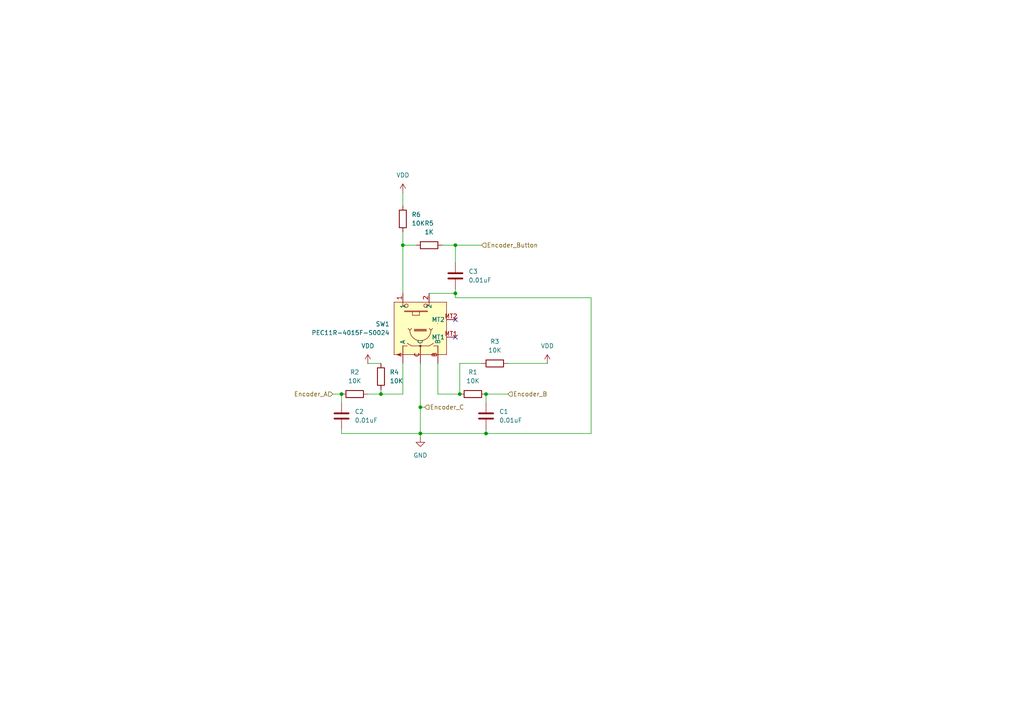
<source format=kicad_sch>
(kicad_sch (version 20231120) (generator "eeschema") (generator_version "8.0")
  (paper "A4")
  (lib_symbols
    (symbol "Device:C" (pin_numbers hide) (pin_names (offset 0.254))
      (property "Reference" "C" (at 0.635 2.54 0))
      (property "Value" "C" (at 0.635 -2.54 0))
      (symbol "C_0_1"
        (polyline (pts (xy -2.032 -0.762) (xy 2.032 -0.762)) (stroke (width 0.508)))
        (polyline (pts (xy -2.032 0.762) (xy 2.032 0.762)) (stroke (width 0.508)))
      )
      (symbol "C_1_1"
        (pin passive line (at 0 3.81 270) (length 2.794) (name "~") (number "1"))
        (pin passive line (at 0 -3.81 90) (length 2.794) (name "~") (number "2"))
      )
    )
    (symbol "Device:R" (pin_numbers hide) (pin_names (offset 0))
      (property "Reference" "R" (at 2.032 0 90))
      (property "Value" "R" (at 0 0 90))
      (symbol "R_0_1"
        (rectangle (start -1.016 -2.54) (end 1.016 2.54) (stroke (width 0.254)))
      )
      (symbol "R_1_1"
        (pin passive line (at 0 3.81 270) (length 1.27) (name "~") (number "1"))
        (pin passive line (at 0 -3.81 90) (length 1.27) (name "~") (number "2"))
      )
    )
    (symbol "easyeda2kicad:PEC11R-4015F-S0024"
      (property "Reference" "SW" (at 0 12.7 0))
      (property "Value" "PEC11R-4015F-S0024" (at 0 -12.7 0))
      (symbol "PEC11R-4015F-S0024_0_1"
        (rectangle (start -7.62 10.16) (end 7.62 -5.08) (fill (type background)))
        (circle (center -5.08 2.54) (radius 0.25))
        (arc (start -0.51 5.59) (mid -3.557 2.54) (end -0.51 -0.51))
        (polyline (pts (xy -5.08 -2.54) (xy -5.08 -1.27)))
        (polyline (pts (xy -5.08 0) (xy -4.32 -1.27)))
        (polyline (pts (xy -5.08 2.54) (xy -5.08 0)))
        (polyline (pts (xy -5.08 2.54) (xy -5.08 5.08)))
        (polyline (pts (xy -5.08 5.08) (xy -4.32 6.35)))
        (polyline (pts (xy -5.08 6.35) (xy -5.08 7.62)))
        (polyline (pts (xy -0.76 0.76) (xy -0.76 4.32)))
        (polyline (pts (xy -0.51 -0.51) (xy 0 -1.02)))
        (polyline (pts (xy -0.51 -0.51) (xy 0 0)))
        (polyline (pts (xy -0.51 0.76) (xy -0.51 4.32)))
        (polyline (pts (xy -0.51 5.59) (xy 0 5.08)))
        (polyline (pts (xy -0.25 4.32) (xy -0.25 0.76)))
        (polyline (pts (xy 0 6.1) (xy -0.51 5.59)))
        (polyline (pts (xy 6.6 0) (xy 6.6 0.51)))
        (polyline (pts (xy 6.6 7.11) (xy 6.6 7.62)))
        (polyline (pts (xy 7.62 0) (xy 6.6 0)))
        (polyline (pts (xy 7.62 7.62) (xy 6.6 7.62)))
        (polyline (pts (xy 4.83 2.79) (xy 3.81 2.79) (xy 3.81 4.83) (xy 4.83 4.83)))
        (arc (start 1.4 -2.46) (mid 1.3996 -2.5) (end 1.4 -2.54))
        (rectangle (start 4.83 7.11) (end 5.08 0.51) (fill (type background)))
        (circle (center 6.6 1.02) (radius 0.51))
        (circle (center 6.6 6.6) (radius 0.51))
        (pin unspecified line (at 10.16 7.62 180) (length 2.54) (name "1") (number "1"))
        (pin unspecified line (at 10.16 0 180) (length 2.54) (name "2") (number "2"))
        (pin unspecified line (at -10.16 7.62 0) (length 5.08) (name "A") (number "A"))
        (pin unspecified line (at -10.16 -2.54 0) (length 5.08) (name "B") (number "B"))
        (pin unspecified line (at -10.16 2.54 0) (length 5.08) (name "C") (number "C"))
        (pin unspecified line (at -2.54 -7.62 90) (length 2.54) (name "MT1") (number "MT1"))
        (pin unspecified line (at 2.54 -7.62 90) (length 2.54) (name "MT2") (number "MT2"))
      )
    )
    (symbol "power:GND" (power) (pin_numbers hide) (pin_names (offset 0) hide)
      (property "Value" "GND" (at 0 -3.81 0))
      (symbol "GND_0_1"
        (polyline (pts (xy 0 0) (xy 0 -1.27) (xy 1.27 -1.27) (xy 0 -2.54) (xy -1.27 -1.27) (xy 0 -1.27)))
      )
      (symbol "GND_1_1"
        (pin power_in line (at 0 0 270) (length 0) (name "~") (number "1"))
      )
    )
    (symbol "power:VDD" (power) (pin_numbers hide) (pin_names (offset 0) hide)
      (property "Value" "VDD" (at 0 3.556 0))
      (symbol "VDD_0_1"
        (polyline (pts (xy -0.762 1.27) (xy 0 2.54)))
        (polyline (pts (xy 0 0) (xy 0 2.54)))
        (polyline (pts (xy 0 2.54) (xy 0.762 1.27)))
      )
      (symbol "VDD_1_1"
        (pin power_in line (at 0 0 90) (length 0) (name "~") (number "1"))
      )
    )
  )
  (junction (at 140.97 125.73))
  (junction (at 133.35 114.3))
  (junction (at 132.08 85.09))
  (junction (at 99.06 114.3))
  (junction (at 132.08 71.12))
  (junction (at 140.97 114.3))
  (junction (at 116.84 71.12))
  (junction (at 121.92 125.73))
  (junction (at 121.92 118.11))
  (junction (at 110.49 114.3))
  (no_connect (at 132.08 92.71))
  (no_connect (at 132.08 97.79))
  (wire (pts (xy 106.68 105.41) (xy 110.49 105.41)))
  (wire (pts (xy 110.49 114.3) (xy 116.84 114.3)))
  (wire (pts (xy 110.49 113.03) (xy 110.49 114.3)))
  (wire (pts (xy 171.45 125.73) (xy 140.97 125.73)))
  (wire (pts (xy 116.84 55.88) (xy 116.84 59.69)))
  (wire (pts (xy 140.97 114.3) (xy 140.97 116.84)))
  (wire (pts (xy 99.06 114.3) (xy 99.06 116.84)))
  (wire (pts (xy 132.08 83.82) (xy 132.08 85.09)))
  (wire (pts (xy 121.92 118.11) (xy 123.19 118.11)))
  (wire (pts (xy 132.08 86.36) (xy 171.45 86.36)))
  (wire (pts (xy 121.92 118.11) (xy 121.92 125.73)))
  (wire (pts (xy 127 105.41) (xy 127 114.3)))
  (wire (pts (xy 121.92 125.73) (xy 140.97 125.73)))
  (wire (pts (xy 132.08 71.12) (xy 139.7 71.12)))
  (wire (pts (xy 127 114.3) (xy 133.35 114.3)))
  (wire (pts (xy 133.35 114.3) (xy 133.35 105.41)))
  (wire (pts (xy 132.08 71.12) (xy 132.08 76.2)))
  (wire (pts (xy 116.84 71.12) (xy 116.84 85.09)))
  (wire (pts (xy 121.92 125.73) (xy 121.92 127)))
  (wire (pts (xy 120.65 71.12) (xy 116.84 71.12)))
  (wire (pts (xy 132.08 85.09) (xy 132.08 86.36)))
  (wire (pts (xy 128.27 71.12) (xy 132.08 71.12)))
  (wire (pts (xy 96.52 114.3) (xy 99.06 114.3)))
  (wire (pts (xy 99.06 125.73) (xy 121.92 125.73)))
  (wire (pts (xy 116.84 67.31) (xy 116.84 71.12)))
  (wire (pts (xy 147.32 105.41) (xy 158.75 105.41)))
  (wire (pts (xy 106.68 114.3) (xy 110.49 114.3)))
  (wire (pts (xy 171.45 86.36) (xy 171.45 125.73)))
  (wire (pts (xy 133.35 105.41) (xy 139.7 105.41)))
  (wire (pts (xy 140.97 124.46) (xy 140.97 125.73)))
  (wire (pts (xy 116.84 105.41) (xy 116.84 114.3)))
  (wire (pts (xy 99.06 125.73) (xy 99.06 124.46)))
  (wire (pts (xy 121.92 105.41) (xy 121.92 118.11)))
  (wire (pts (xy 124.46 85.09) (xy 132.08 85.09)))
  (wire (pts (xy 140.97 114.3) (xy 147.32 114.3)))
  (hierarchical_label "Encoder_B" (shape input) (at 147.32 114.3 0))
  (hierarchical_label "Encoder_Button" (shape input) (at 139.7 71.12 0))
  (hierarchical_label "Encoder_C" (shape input) (at 123.19 118.11 0))
  (hierarchical_label "Encoder_A" (shape input) (at 96.52 114.3 180))
  (symbol (lib_id "Device:C") (at 140.97 120.65 0) (unit 1)
    (property "Reference" "C1" (at 144.78 119.3799 0) (effects (justify left)))
    (property "Value" "0.01uF" (at 144.78 121.9199 0) (effects (justify left)))
    (property "Footprint" "Capacitor_SMD:C_0402_1005Metric" (effects (hide yes)))
    (property "Description" "Unpolarized capacitor" (effects (hide yes)))
  )
  (symbol (lib_id "easyeda2kicad:PEC11R-4015F-S0024") (at 124.46 95.25 90) (unit 1)
    (property "Reference" "SW1" (at 113.03 93.9799 90) (effects (justify left)))
    (property "Value" "PEC11R-4015F-S0024" (at 113.03 96.5199 90) (effects (justify left)))
    (property "Footprint" "easyeda2kicad:SW-TH_PEC11R-4XXXF-SXXXX" (effects (hide yes)))
    (property "Datasheet" "https://lcsc.com/product-detail/Coded-Rotary-Switches_BOURNS_PEC11R-4015F-S0024_PEC11R-4015F-S0024_C143789.html" (effects (hide yes)))
    (property "LCSC Part" "C143789" (effects (hide yes)))
  )
  (symbol (lib_id "power:VDD") (at 158.75 105.41 0) (unit 1)
    (property "Reference" "#PWR02" (effects (hide yes)))
    (property "Value" "VDD" (at 158.75 100.33 0))
    (property "Description" "Power symbol creates a global label with name \"VDD\"" (effects (hide yes)))
  )
  (symbol (lib_id "Device:R") (at 116.84 63.5 0) (unit 1)
    (property "Reference" "R6" (at 119.38 62.2299 0) (effects (justify left)))
    (property "Value" "10K" (at 119.38 64.7699 0) (effects (justify left)))
    (property "Footprint" "Resistor_SMD:R_0402_1005Metric" (effects (hide yes)))
    (property "Description" "Resistor" (effects (hide yes)))
  )
  (symbol (lib_id "Device:R") (at 137.16 114.3 90) (unit 1)
    (property "Reference" "R1" (at 137.16 107.95 90))
    (property "Value" "10K" (at 137.16 110.49 90))
    (property "Footprint" "Resistor_SMD:R_0402_1005Metric" (effects (hide yes)))
    (property "Description" "Resistor" (effects (hide yes)))
  )
  (symbol (lib_id "Device:R") (at 124.46 71.12 90) (unit 1)
    (property "Reference" "R5" (at 124.46 64.77 90))
    (property "Value" "1K" (at 124.46 67.31 90))
    (property "Footprint" "Resistor_SMD:R_0402_1005Metric" (effects (hide yes)))
    (property "Description" "Resistor" (effects (hide yes)))
  )
  (symbol (lib_id "Device:R") (at 110.49 109.22 180) (unit 1)
    (property "Reference" "R4" (at 113.03 107.9499 0) (effects (justify right)))
    (property "Value" "10K" (at 113.03 110.4899 0) (effects (justify right)))
    (property "Footprint" "Resistor_SMD:R_0402_1005Metric" (effects (hide yes)))
    (property "Description" "Resistor" (effects (hide yes)))
  )
  (symbol (lib_id "Device:C") (at 132.08 80.01 0) (unit 1)
    (property "Reference" "C3" (at 135.89 78.7399 0) (effects (justify left)))
    (property "Value" "0.01uF" (at 135.89 81.2799 0) (effects (justify left)))
    (property "Footprint" "Capacitor_SMD:C_0402_1005Metric" (effects (hide yes)))
    (property "Description" "Unpolarized capacitor" (effects (hide yes)))
  )
  (symbol (lib_id "Device:R") (at 143.51 105.41 90) (unit 1)
    (property "Reference" "R3" (at 143.51 99.06 90))
    (property "Value" "10K" (at 143.51 101.6 90))
    (property "Footprint" "Resistor_SMD:R_0402_1005Metric" (effects (hide yes)))
    (property "Description" "Resistor" (effects (hide yes)))
  )
  (symbol (lib_id "power:VDD") (at 106.68 105.41 0) (unit 1)
    (property "Reference" "#PWR03" (effects (hide yes)))
    (property "Value" "VDD" (at 106.68 100.33 0))
    (property "Description" "Power symbol creates a global label with name \"VDD\"" (effects (hide yes)))
  )
  (symbol (lib_id "Device:C") (at 99.06 120.65 0) (unit 1)
    (property "Reference" "C2" (at 102.87 119.3799 0) (effects (justify left)))
    (property "Value" "0.01uF" (at 102.87 121.9199 0) (effects (justify left)))
    (property "Footprint" "Capacitor_SMD:C_0402_1005Metric" (effects (hide yes)))
    (property "Description" "Unpolarized capacitor" (effects (hide yes)))
  )
  (symbol (lib_id "power:VDD") (at 116.84 55.88 0) (unit 1)
    (property "Reference" "#PWR05" (effects (hide yes)))
    (property "Value" "VDD" (at 116.84 50.8 0))
    (property "Description" "Power symbol creates a global label with name \"VDD\"" (effects (hide yes)))
  )
  (symbol (lib_id "power:GND") (at 121.92 127 0) (unit 1)
    (property "Reference" "#PWR01" (effects (hide yes)))
    (property "Value" "GND" (at 121.92 132.08 0))
    (property "Description" "Power symbol creates a global label with name \"GND\" , ground" (effects (hide yes)))
  )
  (symbol (lib_id "Device:R") (at 102.87 114.3 90) (unit 1)
    (property "Reference" "R2" (at 102.87 107.95 90))
    (property "Value" "10K" (at 102.87 110.49 90))
    (property "Footprint" "Resistor_SMD:R_0402_1005Metric" (effects (hide yes)))
    (property "Description" "Resistor" (effects (hide yes)))
  )
)
</source>
